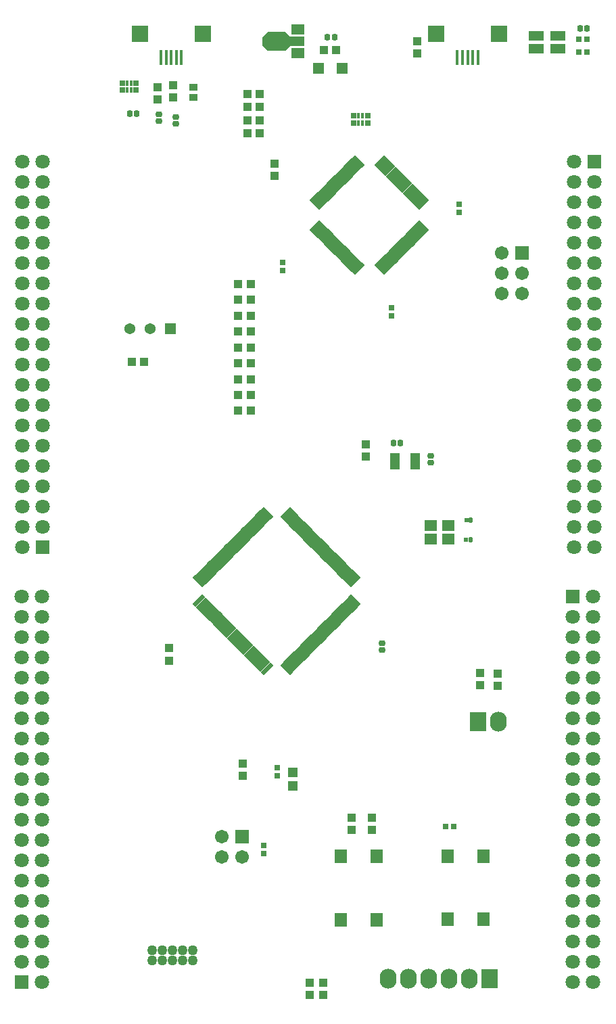
<source format=gts>
G04*
G04 #@! TF.GenerationSoftware,Altium Limited,Altium Designer,21.1.1 (26)*
G04*
G04 Layer_Color=8388736*
%FSTAX24Y24*%
%MOIN*%
G70*
G04*
G04 #@! TF.SameCoordinates,5FF4FBEF-6F1C-4BA3-BCFF-5D0DF395B62B*
G04*
G04*
G04 #@! TF.FilePolarity,Negative*
G04*
G01*
G75*
%ADD42R,0.0592X0.0690*%
%ADD43R,0.0287X0.0277*%
%ADD44R,0.0178X0.0277*%
%ADD45R,0.0446X0.0423*%
%ADD46R,0.0277X0.0267*%
%ADD47R,0.0267X0.0277*%
%ADD48R,0.0180X0.0780*%
%ADD49R,0.0828X0.0828*%
%ADD50R,0.0513X0.0828*%
%ADD51R,0.0631X0.0552*%
G04:AMPARAMS|DCode=52|XSize=66.1mil|YSize=19.8mil|CornerRadius=0mil|HoleSize=0mil|Usage=FLASHONLY|Rotation=315.000|XOffset=0mil|YOffset=0mil|HoleType=Round|Shape=Rectangle|*
%AMROTATEDRECTD52*
4,1,4,-0.0304,0.0164,-0.0164,0.0304,0.0304,-0.0164,0.0164,-0.0304,-0.0304,0.0164,0.0*
%
%ADD52ROTATEDRECTD52*%

G04:AMPARAMS|DCode=53|XSize=66.1mil|YSize=19.8mil|CornerRadius=0mil|HoleSize=0mil|Usage=FLASHONLY|Rotation=225.000|XOffset=0mil|YOffset=0mil|HoleType=Round|Shape=Rectangle|*
%AMROTATEDRECTD53*
4,1,4,0.0164,0.0304,0.0304,0.0164,-0.0164,-0.0304,-0.0304,-0.0164,0.0164,0.0304,0.0*
%
%ADD53ROTATEDRECTD53*%

%ADD54R,0.0749X0.0493*%
%ADD55R,0.0474X0.0513*%
%ADD56R,0.0430X0.0446*%
%ADD57R,0.0446X0.0430*%
%ADD58R,0.0568X0.0521*%
%ADD59R,0.0198X0.0356*%
G04:AMPARAMS|DCode=60|XSize=31.6mil|YSize=29.3mil|CornerRadius=9.6mil|HoleSize=0mil|Usage=FLASHONLY|Rotation=90.000|XOffset=0mil|YOffset=0mil|HoleType=Round|Shape=RoundedRectangle|*
%AMROUNDEDRECTD60*
21,1,0.0316,0.0100,0,0,90.0*
21,1,0.0124,0.0293,0,0,90.0*
1,1,0.0193,0.0050,0.0062*
1,1,0.0193,0.0050,-0.0062*
1,1,0.0193,-0.0050,-0.0062*
1,1,0.0193,-0.0050,0.0062*
%
%ADD60ROUNDEDRECTD60*%
G04:AMPARAMS|DCode=61|XSize=31.6mil|YSize=29.3mil|CornerRadius=9.6mil|HoleSize=0mil|Usage=FLASHONLY|Rotation=180.000|XOffset=0mil|YOffset=0mil|HoleType=Round|Shape=RoundedRectangle|*
%AMROUNDEDRECTD61*
21,1,0.0316,0.0100,0,0,180.0*
21,1,0.0124,0.0293,0,0,180.0*
1,1,0.0193,-0.0062,0.0050*
1,1,0.0193,0.0062,0.0050*
1,1,0.0193,0.0062,-0.0050*
1,1,0.0193,-0.0062,-0.0050*
%
%ADD61ROUNDEDRECTD61*%
%ADD62R,0.0230X0.0237*%
G04:AMPARAMS|DCode=63|XSize=23mil|YSize=23.7mil|CornerRadius=5.9mil|HoleSize=0mil|Usage=FLASHONLY|Rotation=180.000|XOffset=0mil|YOffset=0mil|HoleType=Round|Shape=RoundedRectangle|*
%AMROUNDEDRECTD63*
21,1,0.0230,0.0120,0,0,180.0*
21,1,0.0112,0.0237,0,0,180.0*
1,1,0.0117,-0.0056,0.0060*
1,1,0.0117,0.0056,0.0060*
1,1,0.0117,0.0056,-0.0060*
1,1,0.0117,-0.0056,-0.0060*
%
%ADD63ROUNDEDRECTD63*%
%ADD64R,0.0671X0.0671*%
%ADD65C,0.0671*%
%ADD66O,0.0830X0.0980*%
%ADD67R,0.0830X0.0980*%
%ADD68C,0.0501*%
%ADD69C,0.0537*%
%ADD70R,0.0537X0.0537*%
%ADD71C,0.0710*%
%ADD72R,0.0710X0.0710*%
G36*
X066914Y058074D02*
X067563D01*
X067563Y058567D01*
X066914D01*
Y058074D01*
D02*
G37*
G36*
X065497Y057939D02*
Y057521D01*
X06575Y057267D01*
X066641D01*
X066877Y057504D01*
X067563D01*
Y057956D01*
X066877D01*
X066641Y058193D01*
X06575D01*
X065497Y057939D01*
D02*
G37*
G36*
X066914Y056893D02*
X067563D01*
X067563Y057386D01*
X066914D01*
Y056893D01*
D02*
G37*
D42*
X069364Y017545D02*
D03*
Y014415D02*
D03*
X071136Y017545D02*
D03*
Y014415D02*
D03*
X074614Y017575D02*
D03*
Y014445D02*
D03*
X076386Y017575D02*
D03*
Y014445D02*
D03*
D43*
X070679Y053706D02*
D03*
X06998D02*
D03*
Y05406D02*
D03*
X070679D02*
D03*
X059278Y055316D02*
D03*
X058579D02*
D03*
Y05567D02*
D03*
X059278D02*
D03*
D44*
X070428Y053706D02*
D03*
X070231D02*
D03*
Y05406D02*
D03*
X070428D02*
D03*
X059027Y055316D02*
D03*
X05883D02*
D03*
Y05567D02*
D03*
X059027D02*
D03*
D45*
X06109Y054948D02*
D03*
Y055543D02*
D03*
X06033Y054873D02*
D03*
Y055467D02*
D03*
X06452Y02152D02*
D03*
Y022114D02*
D03*
X06991Y019456D02*
D03*
Y018862D02*
D03*
X07088Y019456D02*
D03*
Y018862D02*
D03*
X07709Y026559D02*
D03*
Y025964D02*
D03*
D46*
X06649Y046822D02*
D03*
Y046418D02*
D03*
X07185Y044178D02*
D03*
Y044582D02*
D03*
X0752Y04929D02*
D03*
Y049693D02*
D03*
X06557Y017687D02*
D03*
Y01809D02*
D03*
X06624Y021526D02*
D03*
Y021929D02*
D03*
D47*
X074943Y01904D02*
D03*
X07454D02*
D03*
X081097Y057185D02*
D03*
X0815D02*
D03*
X081097Y057835D02*
D03*
X0815D02*
D03*
D48*
X0751Y05694D02*
D03*
X075356D02*
D03*
X075612D02*
D03*
X075868D02*
D03*
X076112D02*
D03*
X060492Y05692D02*
D03*
X060748D02*
D03*
X061004D02*
D03*
X06126D02*
D03*
X061504D02*
D03*
D49*
X074057Y058108D02*
D03*
X077167D02*
D03*
X059449Y058088D02*
D03*
X062559D02*
D03*
D50*
X073022Y037015D02*
D03*
X072038D02*
D03*
D51*
X07378Y033191D02*
D03*
X074646D02*
D03*
Y03386D02*
D03*
X07378D02*
D03*
D52*
X068129Y049711D02*
D03*
X068268Y04985D02*
D03*
X068407Y049989D02*
D03*
X068546Y050128D02*
D03*
X068685Y050267D02*
D03*
X068825Y050406D02*
D03*
X068964Y050546D02*
D03*
X069103Y050685D02*
D03*
X069242Y050824D02*
D03*
X069381Y050963D02*
D03*
X069521Y051102D02*
D03*
X06966Y051242D02*
D03*
X069799Y051381D02*
D03*
X069938Y05152D02*
D03*
X070077Y051659D02*
D03*
X070217Y051798D02*
D03*
X073411Y048604D02*
D03*
X073272Y048464D02*
D03*
X073133Y048325D02*
D03*
X072994Y048186D02*
D03*
X072855Y048047D02*
D03*
X072715Y047908D02*
D03*
X072576Y047768D02*
D03*
X072437Y047629D02*
D03*
X072298Y04749D02*
D03*
X072159Y047351D02*
D03*
X072019Y047212D02*
D03*
X07188Y047073D02*
D03*
X071741Y046933D02*
D03*
X071602Y046794D02*
D03*
X071463Y046655D02*
D03*
X071323Y046516D02*
D03*
X070026Y030147D02*
D03*
X069886Y030008D02*
D03*
X069747Y029868D02*
D03*
X069608Y029729D02*
D03*
X069469Y02959D02*
D03*
X06933Y029451D02*
D03*
X06919Y029312D02*
D03*
X069051Y029172D02*
D03*
X068912Y029033D02*
D03*
X068773Y028894D02*
D03*
X068634Y028755D02*
D03*
X068494Y028616D02*
D03*
X068355Y028476D02*
D03*
X068216Y028337D02*
D03*
X068077Y028198D02*
D03*
X067938Y028059D02*
D03*
X067798Y02792D02*
D03*
X067659Y027781D02*
D03*
X06752Y027641D02*
D03*
X067381Y027502D02*
D03*
X067242Y027363D02*
D03*
X067102Y027224D02*
D03*
X066963Y027085D02*
D03*
X066824Y026945D02*
D03*
X066685Y026806D02*
D03*
X062376Y031114D02*
D03*
X062516Y031254D02*
D03*
X062655Y031393D02*
D03*
X062794Y031532D02*
D03*
X062933Y031671D02*
D03*
X063072Y03181D02*
D03*
X063212Y03195D02*
D03*
X063351Y032089D02*
D03*
X06349Y032228D02*
D03*
X063629Y032367D02*
D03*
X063768Y032506D02*
D03*
X063908Y032646D02*
D03*
X064047Y032785D02*
D03*
X064186Y032924D02*
D03*
X064325Y033063D02*
D03*
X064464Y033202D02*
D03*
X064604Y033342D02*
D03*
X064743Y033481D02*
D03*
X064882Y03362D02*
D03*
X065021Y033759D02*
D03*
X06516Y033898D02*
D03*
X0653Y034038D02*
D03*
X065439Y034177D02*
D03*
X065578Y034316D02*
D03*
X065717Y034455D02*
D03*
D53*
X071323Y051798D02*
D03*
X071463Y051659D02*
D03*
X071602Y05152D02*
D03*
X071741Y051381D02*
D03*
X07188Y051242D02*
D03*
X072019Y051102D02*
D03*
X072159Y050963D02*
D03*
X072298Y050824D02*
D03*
X072437Y050685D02*
D03*
X072576Y050546D02*
D03*
X072715Y050406D02*
D03*
X072855Y050267D02*
D03*
X072994Y050128D02*
D03*
X073133Y049989D02*
D03*
X073272Y04985D02*
D03*
X073411Y049711D02*
D03*
X070217Y046516D02*
D03*
X070077Y046655D02*
D03*
X069938Y046794D02*
D03*
X069799Y046933D02*
D03*
X06966Y047073D02*
D03*
X069521Y047212D02*
D03*
X069381Y047351D02*
D03*
X069242Y04749D02*
D03*
X069103Y047629D02*
D03*
X068964Y047768D02*
D03*
X068825Y047908D02*
D03*
X068685Y048047D02*
D03*
X068546Y048186D02*
D03*
X068407Y048325D02*
D03*
X068268Y048464D02*
D03*
X068129Y048604D02*
D03*
X066685Y034455D02*
D03*
X066824Y034316D02*
D03*
X066963Y034177D02*
D03*
X067102Y034038D02*
D03*
X067242Y033898D02*
D03*
X067381Y033759D02*
D03*
X06752Y03362D02*
D03*
X067659Y033481D02*
D03*
X067798Y033342D02*
D03*
X067938Y033202D02*
D03*
X068077Y033063D02*
D03*
X068216Y032924D02*
D03*
X068355Y032785D02*
D03*
X068494Y032646D02*
D03*
X068634Y032506D02*
D03*
X068773Y032367D02*
D03*
X068912Y032228D02*
D03*
X069051Y032089D02*
D03*
X06919Y03195D02*
D03*
X06933Y03181D02*
D03*
X069469Y031671D02*
D03*
X069608Y031532D02*
D03*
X069747Y031393D02*
D03*
X069886Y031254D02*
D03*
X070026Y031114D02*
D03*
X065717Y026806D02*
D03*
X065578Y026945D02*
D03*
X065439Y027085D02*
D03*
X0653Y027224D02*
D03*
X06516Y027363D02*
D03*
X065021Y027502D02*
D03*
X064882Y027641D02*
D03*
X064743Y027781D02*
D03*
X064604Y02792D02*
D03*
X064464Y028059D02*
D03*
X064325Y028198D02*
D03*
X064186Y028337D02*
D03*
X064047Y028476D02*
D03*
X063908Y028616D02*
D03*
X063768Y028755D02*
D03*
X063629Y028894D02*
D03*
X06349Y029033D02*
D03*
X063351Y029172D02*
D03*
X063212Y029312D02*
D03*
X063072Y029451D02*
D03*
X062933Y02959D02*
D03*
X062794Y029729D02*
D03*
X062655Y029868D02*
D03*
X062516Y030008D02*
D03*
X062376Y030147D02*
D03*
D54*
X080062Y058005D02*
D03*
X078998D02*
D03*
X080062Y057355D02*
D03*
X078998D02*
D03*
D55*
X06699Y021702D02*
D03*
Y021033D02*
D03*
D56*
X064913Y040294D02*
D03*
X06431D02*
D03*
X064913Y044203D02*
D03*
X06431D02*
D03*
X064913Y043421D02*
D03*
X06431D02*
D03*
X069143Y05728D02*
D03*
X06854D02*
D03*
X064913Y041858D02*
D03*
X06431D02*
D03*
X064913Y042639D02*
D03*
X06431D02*
D03*
X064913Y041076D02*
D03*
X06431D02*
D03*
X064913Y039512D02*
D03*
X06431D02*
D03*
X064913Y045767D02*
D03*
X06431D02*
D03*
X064913Y044985D02*
D03*
X06431D02*
D03*
X065378Y054481D02*
D03*
X064775D02*
D03*
X065378Y055127D02*
D03*
X064775D02*
D03*
X065378Y053189D02*
D03*
X064775D02*
D03*
X065378Y053835D02*
D03*
X064775Y053835D02*
D03*
X059067Y04192D02*
D03*
X05967D02*
D03*
D57*
X07622Y026585D02*
D03*
Y025982D02*
D03*
X0609Y027207D02*
D03*
Y02781D02*
D03*
X06782Y010717D02*
D03*
Y01132D02*
D03*
X07061Y037863D02*
D03*
Y03726D02*
D03*
X068503Y01071D02*
D03*
Y011313D02*
D03*
X07314Y057713D02*
D03*
Y05711D02*
D03*
X06608Y051097D02*
D03*
Y0517D02*
D03*
D58*
X068249Y05638D02*
D03*
X069431D02*
D03*
D59*
X062208Y054974D02*
D03*
X061992D02*
D03*
Y055466D02*
D03*
X062208D02*
D03*
D60*
X081149Y058364D02*
D03*
X081487D02*
D03*
X069049Y05793D02*
D03*
X068711D02*
D03*
X072289Y03792D02*
D03*
X071951D02*
D03*
X058961Y05417D02*
D03*
X059299D02*
D03*
D61*
X071395Y02772D02*
D03*
Y028059D02*
D03*
X07381Y037309D02*
D03*
Y036971D02*
D03*
X06041Y053781D02*
D03*
Y054119D02*
D03*
X06122Y053661D02*
D03*
Y053999D02*
D03*
D62*
X075555Y034114D02*
D03*
X075545Y033144D02*
D03*
D63*
X075775Y034114D02*
D03*
X075766Y033144D02*
D03*
D64*
X06451Y01853D02*
D03*
X0783Y0473D02*
D03*
D65*
X06351Y01853D02*
D03*
X06451Y01753D02*
D03*
X06351D02*
D03*
X0773Y0473D02*
D03*
X0783Y0463D02*
D03*
X0773D02*
D03*
X0783Y0453D02*
D03*
X0773D02*
D03*
D66*
X077112Y024195D02*
D03*
X07168Y01151D02*
D03*
X07368D02*
D03*
X07468D02*
D03*
X07568D02*
D03*
X07268D02*
D03*
D67*
X076112Y024195D02*
D03*
X07668Y01151D02*
D03*
D68*
X06206Y01241D02*
D03*
Y01291D02*
D03*
X06156Y01241D02*
D03*
Y01291D02*
D03*
X06106Y01241D02*
D03*
X06106Y01291D02*
D03*
X06056Y01241D02*
D03*
Y01291D02*
D03*
X06006Y01241D02*
D03*
X06006Y01291D02*
D03*
D69*
X058963Y043561D02*
D03*
X059963D02*
D03*
D70*
X060963D02*
D03*
D71*
X05466Y05179D02*
D03*
Y05079D02*
D03*
Y04979D02*
D03*
Y04879D02*
D03*
Y04779D02*
D03*
Y04679D02*
D03*
Y04579D02*
D03*
Y04479D02*
D03*
Y04379D02*
D03*
Y04279D02*
D03*
Y04179D02*
D03*
Y04079D02*
D03*
Y03979D02*
D03*
Y03879D02*
D03*
Y03779D02*
D03*
Y03679D02*
D03*
Y03579D02*
D03*
Y03479D02*
D03*
Y03379D02*
D03*
X05366Y05179D02*
D03*
Y05079D02*
D03*
Y04979D02*
D03*
Y04879D02*
D03*
Y04779D02*
D03*
Y04679D02*
D03*
Y04579D02*
D03*
Y04479D02*
D03*
Y04379D02*
D03*
Y04279D02*
D03*
Y04179D02*
D03*
Y04079D02*
D03*
Y03979D02*
D03*
Y03879D02*
D03*
Y03779D02*
D03*
Y03679D02*
D03*
Y03579D02*
D03*
Y03479D02*
D03*
Y03379D02*
D03*
Y03279D02*
D03*
X05364Y03036D02*
D03*
Y02936D02*
D03*
Y02836D02*
D03*
Y02736D02*
D03*
Y02636D02*
D03*
Y02536D02*
D03*
Y02436D02*
D03*
Y02336D02*
D03*
Y02236D02*
D03*
Y02136D02*
D03*
Y02036D02*
D03*
Y01936D02*
D03*
Y01836D02*
D03*
Y01736D02*
D03*
Y01636D02*
D03*
Y01536D02*
D03*
Y01436D02*
D03*
Y01336D02*
D03*
Y01236D02*
D03*
X05464Y03036D02*
D03*
Y02936D02*
D03*
Y02836D02*
D03*
Y02736D02*
D03*
Y02636D02*
D03*
Y02536D02*
D03*
Y02436D02*
D03*
Y02336D02*
D03*
Y02236D02*
D03*
Y02136D02*
D03*
Y02036D02*
D03*
Y01936D02*
D03*
Y01836D02*
D03*
Y01736D02*
D03*
Y01636D02*
D03*
Y01536D02*
D03*
Y01436D02*
D03*
Y01336D02*
D03*
Y01236D02*
D03*
Y01136D02*
D03*
X08185Y03279D02*
D03*
Y03379D02*
D03*
Y03479D02*
D03*
Y03579D02*
D03*
Y03679D02*
D03*
Y03779D02*
D03*
Y03879D02*
D03*
Y03979D02*
D03*
Y04079D02*
D03*
Y04179D02*
D03*
Y04279D02*
D03*
Y04379D02*
D03*
Y04479D02*
D03*
Y04579D02*
D03*
Y04679D02*
D03*
Y04779D02*
D03*
Y04879D02*
D03*
Y04979D02*
D03*
Y05079D02*
D03*
X08085Y03279D02*
D03*
Y03379D02*
D03*
Y03479D02*
D03*
Y03579D02*
D03*
Y03679D02*
D03*
Y03779D02*
D03*
Y03879D02*
D03*
Y03979D02*
D03*
Y04079D02*
D03*
Y04179D02*
D03*
Y04279D02*
D03*
Y04379D02*
D03*
Y04479D02*
D03*
Y04579D02*
D03*
Y04679D02*
D03*
Y04779D02*
D03*
Y04879D02*
D03*
Y04979D02*
D03*
Y05079D02*
D03*
Y05179D02*
D03*
X0808Y01136D02*
D03*
X0808Y01236D02*
D03*
Y01336D02*
D03*
Y01436D02*
D03*
X0808Y01536D02*
D03*
Y01636D02*
D03*
X0808Y01736D02*
D03*
Y01836D02*
D03*
Y01936D02*
D03*
X0808Y02036D02*
D03*
X0808Y02136D02*
D03*
Y02236D02*
D03*
Y02336D02*
D03*
X0808Y02436D02*
D03*
Y02536D02*
D03*
X0808Y02636D02*
D03*
Y02736D02*
D03*
Y02836D02*
D03*
X0808Y02936D02*
D03*
X0818Y01136D02*
D03*
Y01236D02*
D03*
Y01336D02*
D03*
Y01436D02*
D03*
Y01536D02*
D03*
Y01636D02*
D03*
Y01736D02*
D03*
Y01836D02*
D03*
Y01936D02*
D03*
Y02036D02*
D03*
Y02136D02*
D03*
Y02236D02*
D03*
Y02336D02*
D03*
Y02436D02*
D03*
Y02536D02*
D03*
Y02636D02*
D03*
Y02736D02*
D03*
Y02836D02*
D03*
Y02936D02*
D03*
Y03036D02*
D03*
D72*
X05466Y03279D02*
D03*
X05364Y01136D02*
D03*
X08185Y05179D02*
D03*
X0808Y03036D02*
D03*
M02*

</source>
